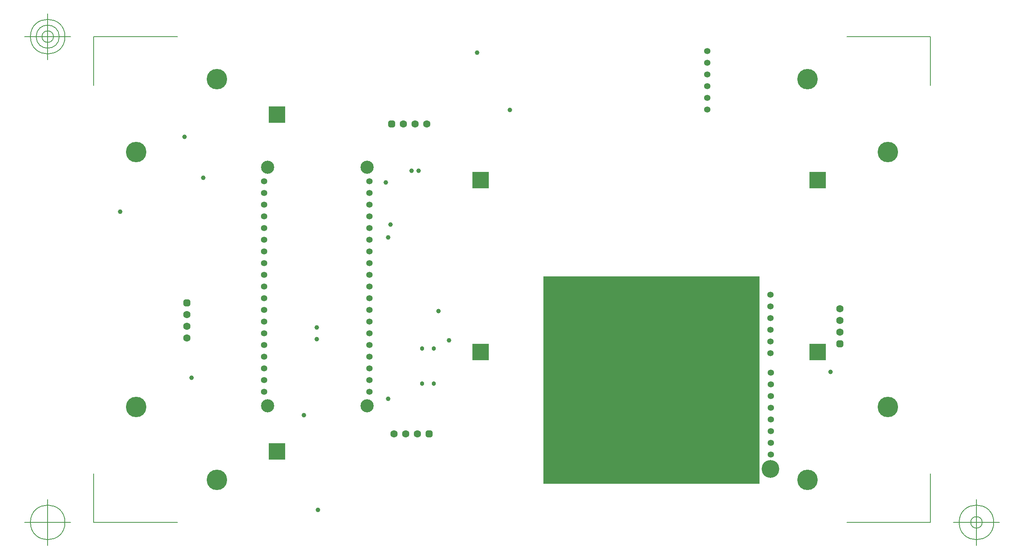
<source format=gbr>
G04 Generated by Ultiboard 14.2 *
%FSLAX24Y24*%
%MOIN*%

%ADD10C,0.0001*%
%ADD11C,0.0050*%
%ADD12C,0.0394*%
%ADD13C,0.1750*%
%ADD14R,1.8504X1.7717*%
%ADD15C,0.0380*%
%ADD16C,0.0534*%
%ADD17C,0.1518*%
%ADD18R,0.1430X0.1430*%
%ADD19C,0.1124*%
%ADD20C,0.0633*%
%ADD21R,0.0208X0.0208*%
%ADD22C,0.0392*%


G04 ColorRGB 9900CC for the following layer *
%LNSolder Mask Bottom*%
%LPD*%
G54D10*
G54D11*
X-35743Y-20768D02*
X-35743Y-16614D01*
X-35743Y-20768D02*
X-28594Y-20768D01*
X35743Y-20768D02*
X28594Y-20768D01*
X35743Y-20768D02*
X35743Y-16614D01*
X35743Y20768D02*
X35743Y16614D01*
X35743Y20768D02*
X28594Y20768D01*
X-35743Y20768D02*
X-28594Y20768D01*
X-35743Y20768D02*
X-35743Y16614D01*
X-37711Y-20768D02*
X-41648Y-20768D01*
X-39680Y-22736D02*
X-39680Y-18799D01*
X-41156Y-20768D02*
G75*
D01*
G02X-41156Y-20768I1476J0*
G01*
X37711Y-20768D02*
X41648Y-20768D01*
X39680Y-22736D02*
X39680Y-18799D01*
X38203Y-20768D02*
G75*
D01*
G02X38203Y-20768I1477J0*
G01*
X39188Y-20768D02*
G75*
D01*
G02X39188Y-20768I492J0*
G01*
X-37711Y20768D02*
X-41648Y20768D01*
X-39680Y18799D02*
X-39680Y22736D01*
X-41156Y20768D02*
G75*
D01*
G02X-41156Y20768I1476J0*
G01*
X-40664Y20768D02*
G75*
D01*
G02X-40664Y20768I984J0*
G01*
X-40172Y20768D02*
G75*
D01*
G02X-40172Y20768I492J0*
G01*
G54D12*
X-33500Y5800D03*
X-27400Y-8400D03*
X-16600Y-19700D03*
X27200Y-7900D03*
X-10600Y3600D03*
X-10800Y8300D03*
X-16700Y-4100D03*
X-16700Y-5100D03*
X-17800Y-11600D03*
X-26400Y8700D03*
X-28000Y12200D03*
X-8600Y9300D03*
X-8000Y9300D03*
X-10600Y-10200D03*
X-6300Y-2700D03*
X-10400Y4700D03*
X-200Y14500D03*
X-5400Y-5200D03*
X-3000Y19400D03*
G54D13*
X-25240Y17140D03*
X25240Y17140D03*
X32110Y10890D03*
X32110Y-10890D03*
X-32110Y10890D03*
X-25240Y-17140D03*
X25240Y-17140D03*
X-32110Y-10890D03*
G54D14*
X11900Y-8600D03*
G54D15*
X-7700Y-8896D03*
X-6700Y-8896D03*
X-6700Y-5904D03*
X-7700Y-5904D03*
G54D16*
X22100Y-7955D03*
X22100Y-8955D03*
X22100Y-9955D03*
X22100Y-10955D03*
X22100Y-11955D03*
X22100Y-12955D03*
X22100Y-13955D03*
X22100Y-14955D03*
X22092Y-6314D03*
X22092Y-5314D03*
X22092Y-4314D03*
X22092Y-3314D03*
X22092Y-2314D03*
X22092Y-1314D03*
X-12200Y-9600D03*
X-12200Y-8600D03*
X-12200Y-7600D03*
X-12200Y-6600D03*
X-12200Y-5600D03*
X-12200Y-4600D03*
X-12200Y-3600D03*
X-12200Y-2600D03*
X-12200Y-1600D03*
X-12200Y-600D03*
X-12200Y400D03*
X-12200Y1400D03*
X-12200Y2400D03*
X-12200Y3400D03*
X-12200Y4400D03*
X-12200Y5400D03*
X-12200Y6400D03*
X-12200Y7400D03*
X-12200Y8400D03*
X-21200Y-9600D03*
X-21200Y-8600D03*
X-21200Y-7600D03*
X-21200Y-6600D03*
X-21200Y-5600D03*
X-21200Y-4600D03*
X-21200Y-3600D03*
X-21200Y-2600D03*
X-21200Y-1600D03*
X-21200Y-600D03*
X-21200Y400D03*
X-21200Y1400D03*
X-21200Y2400D03*
X-21200Y3400D03*
X-21200Y4400D03*
X-21200Y5400D03*
X-21200Y6400D03*
X-21200Y7400D03*
X-21200Y8400D03*
X16660Y14540D03*
X16660Y15540D03*
X16660Y16540D03*
X16660Y17540D03*
X16660Y18540D03*
X16660Y19540D03*
G54D17*
X22092Y-16195D03*
G54D18*
X-20100Y-14700D03*
X-20100Y14100D03*
X-2700Y-6200D03*
X26100Y-6200D03*
X26100Y8500D03*
X-2700Y8500D03*
G54D19*
X-12400Y-10800D03*
X-20900Y-10800D03*
X-20900Y9600D03*
X-12400Y9600D03*
G54D20*
X28000Y-3500D03*
X28000Y-4500D03*
X28000Y-2500D03*
X-27800Y-4000D03*
X-27800Y-3000D03*
X-27800Y-5000D03*
X-9096Y-13196D03*
X-8096Y-13196D03*
X-10096Y-13196D03*
X-8300Y13300D03*
X-9300Y13300D03*
X-7300Y13300D03*
G54D21*
X28000Y-5500D03*
X-27800Y-2000D03*
X-7096Y-13196D03*
X-10300Y13300D03*
G54D22*
X27896Y-5604D02*
X28104Y-5604D01*
X28104Y-5396D01*
X27896Y-5396D01*
X27896Y-5604D01*D02*
X-27904Y-2104D02*
X-27696Y-2104D01*
X-27696Y-1896D01*
X-27904Y-1896D01*
X-27904Y-2104D01*D02*
X-7200Y-13300D02*
X-6992Y-13300D01*
X-6992Y-13092D01*
X-7200Y-13092D01*
X-7200Y-13300D01*D02*
X-10404Y13196D02*
X-10196Y13196D01*
X-10196Y13404D01*
X-10404Y13404D01*
X-10404Y13196D01*D02*

M02*

</source>
